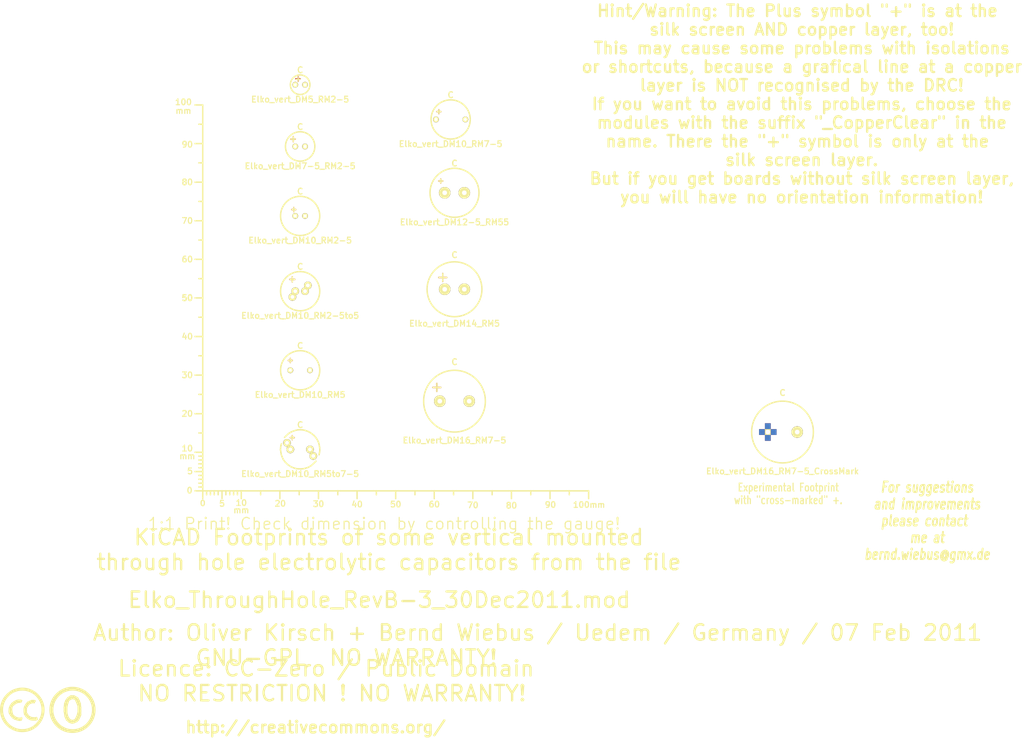
<source format=kicad_pcb>
(kicad_pcb (version 3) (host pcbnew "(2013-03-30 BZR 4007)-stable")

  (general
    (links 0)
    (no_connects 0)
    (area -15.40696 20.02382 281.793817 196.1694)
    (thickness 1.6002)
    (drawings 10)
    (tracks 0)
    (zones 0)
    (modules 14)
    (nets 1)
  )

  (page A4)
  (layers
    (15 Vorderseite signal)
    (0 Rückseite signal)
    (16 B.Adhes user)
    (17 F.Adhes user)
    (18 B.Paste user)
    (19 F.Paste user)
    (20 B.SilkS user)
    (21 F.SilkS user)
    (22 B.Mask user)
    (23 F.Mask user)
    (24 Dwgs.User user)
    (25 Cmts.User user)
    (26 Eco1.User user)
    (27 Eco2.User user)
    (28 Edge.Cuts user)
  )

  (setup
    (last_trace_width 0.2032)
    (trace_clearance 0.254)
    (zone_clearance 0.508)
    (zone_45_only no)
    (trace_min 0.2032)
    (segment_width 0.381)
    (edge_width 0.381)
    (via_size 0.889)
    (via_drill 0.635)
    (via_min_size 0.889)
    (via_min_drill 0.508)
    (uvia_size 0.508)
    (uvia_drill 0.127)
    (uvias_allowed no)
    (uvia_min_size 0.508)
    (uvia_min_drill 0.127)
    (pcb_text_width 0.3048)
    (pcb_text_size 1.524 2.032)
    (mod_edge_width 0.381)
    (mod_text_size 1.524 1.524)
    (mod_text_width 0.3048)
    (pad_size 1.524 1.524)
    (pad_drill 0.8128)
    (pad_to_mask_clearance 0.254)
    (aux_axis_origin 0 0)
    (visible_elements 7FFFFFFF)
    (pcbplotparams
      (layerselection 3178497)
      (usegerberextensions false)
      (excludeedgelayer true)
      (linewidth 60)
      (plotframeref false)
      (viasonmask false)
      (mode 1)
      (useauxorigin false)
      (hpglpennumber 1)
      (hpglpenspeed 20)
      (hpglpendiameter 15)
      (hpglpenoverlay 0)
      (psnegative false)
      (psa4output false)
      (plotreference true)
      (plotvalue true)
      (plotothertext true)
      (plotinvisibletext false)
      (padsonsilk false)
      (subtractmaskfromsilk false)
      (outputformat 2)
      (mirror false)
      (drillshape 0)
      (scaleselection 1)
      (outputdirectory ""))
  )

  (net 0 "")

  (net_class Default "Dies ist die voreingestellte Netzklasse."
    (clearance 0.254)
    (trace_width 0.2032)
    (via_dia 0.889)
    (via_drill 0.635)
    (uvia_dia 0.508)
    (uvia_drill 0.127)
    (add_net "")
  )

  (module Gauge_100mm_Type2_SilkScreenTop_RevA_Date22Jun2010 (layer Vorderseite) (tedit 4D963937) (tstamp 4D88F07A)
    (at 69.2517 130.24966)
    (descr "Gauge, Massstab, 100mm, SilkScreenTop, Type 2,")
    (tags "Gauge, Massstab, 100mm, SilkScreenTop, Type 2,")
    (path Gauge_100mm_Type2_SilkScreenTop_RevA_Date22Jun2010)
    (fp_text reference MSC (at 4.0005 8.99922) (layer F.SilkS) hide
      (effects (font (size 1.524 1.524) (thickness 0.3048)))
    )
    (fp_text value Gauge_100mm_Type2_SilkScreenTop_RevA_Date22Jun2010 (at 45.9994 8.99922) (layer F.SilkS) hide
      (effects (font (size 1.524 1.524) (thickness 0.3048)))
    )
    (fp_text user mm (at 9.99998 5.00126) (layer F.SilkS)
      (effects (font (size 1.524 1.524) (thickness 0.3048)))
    )
    (fp_text user mm (at -4.0005 -8.99922) (layer F.SilkS)
      (effects (font (size 1.524 1.524) (thickness 0.3048)))
    )
    (fp_text user mm (at -5.00126 -98.5012) (layer F.SilkS)
      (effects (font (size 1.524 1.524) (thickness 0.3048)))
    )
    (fp_text user 10 (at 10.00506 3.0988) (layer F.SilkS)
      (effects (font (size 1.50114 1.50114) (thickness 0.29972)))
    )
    (fp_text user 0 (at 0.00508 3.19786) (layer F.SilkS)
      (effects (font (size 1.39954 1.50114) (thickness 0.29972)))
    )
    (fp_text user 5 (at 5.0038 3.29946) (layer F.SilkS)
      (effects (font (size 1.50114 1.50114) (thickness 0.29972)))
    )
    (fp_text user 20 (at 20.1041 3.29946) (layer F.SilkS)
      (effects (font (size 1.50114 1.50114) (thickness 0.29972)))
    )
    (fp_text user 30 (at 30.00502 3.39852) (layer F.SilkS)
      (effects (font (size 1.50114 1.50114) (thickness 0.29972)))
    )
    (fp_text user 40 (at 40.005 3.50012) (layer F.SilkS)
      (effects (font (size 1.50114 1.50114) (thickness 0.29972)))
    )
    (fp_text user 50 (at 50.00498 3.50012) (layer F.SilkS)
      (effects (font (size 1.50114 1.50114) (thickness 0.29972)))
    )
    (fp_text user 60 (at 60.00496 3.50012) (layer F.SilkS)
      (effects (font (size 1.50114 1.50114) (thickness 0.29972)))
    )
    (fp_text user 70 (at 70.00494 3.70078) (layer F.SilkS)
      (effects (font (size 1.50114 1.50114) (thickness 0.29972)))
    )
    (fp_text user 80 (at 80.00492 3.79984) (layer F.SilkS)
      (effects (font (size 1.50114 1.50114) (thickness 0.29972)))
    )
    (fp_text user 90 (at 90.1065 3.60172) (layer F.SilkS)
      (effects (font (size 1.50114 1.50114) (thickness 0.29972)))
    )
    (fp_text user 100mm (at 100.10648 3.60172) (layer F.SilkS)
      (effects (font (size 1.50114 1.50114) (thickness 0.29972)))
    )
    (fp_line (start 0 -8.99922) (end -1.00076 -8.99922) (layer F.SilkS) (width 0.381))
    (fp_line (start 0 -8.001) (end -1.00076 -8.001) (layer F.SilkS) (width 0.381))
    (fp_line (start 0 -7.00024) (end -1.00076 -7.00024) (layer F.SilkS) (width 0.381))
    (fp_line (start 0 -5.99948) (end -1.00076 -5.99948) (layer F.SilkS) (width 0.381))
    (fp_line (start 0 -4.0005) (end -1.00076 -4.0005) (layer F.SilkS) (width 0.381))
    (fp_line (start 0 -2.99974) (end -1.00076 -2.99974) (layer F.SilkS) (width 0.381))
    (fp_line (start 0 -1.99898) (end -1.00076 -1.99898) (layer F.SilkS) (width 0.381))
    (fp_line (start 0 -1.00076) (end -1.00076 -1.00076) (layer F.SilkS) (width 0.381))
    (fp_line (start 0 0) (end -1.99898 0) (layer F.SilkS) (width 0.381))
    (fp_line (start 0 -5.00126) (end -1.99898 -5.00126) (layer F.SilkS) (width 0.381))
    (fp_line (start 0 -9.99998) (end -1.99898 -9.99998) (layer F.SilkS) (width 0.381))
    (fp_line (start 0 -15.00124) (end -1.00076 -15.00124) (layer F.SilkS) (width 0.381))
    (fp_line (start 0 -19.99996) (end -1.99898 -19.99996) (layer F.SilkS) (width 0.381))
    (fp_line (start 0 -25.00122) (end -1.00076 -25.00122) (layer F.SilkS) (width 0.381))
    (fp_line (start 0 -29.99994) (end -1.99898 -29.99994) (layer F.SilkS) (width 0.381))
    (fp_line (start 0 -35.0012) (end -1.00076 -35.0012) (layer F.SilkS) (width 0.381))
    (fp_line (start 0 -39.99992) (end -1.99898 -39.99992) (layer F.SilkS) (width 0.381))
    (fp_line (start 0 -45.00118) (end -1.00076 -45.00118) (layer F.SilkS) (width 0.381))
    (fp_line (start 0 -49.9999) (end -1.99898 -49.9999) (layer F.SilkS) (width 0.381))
    (fp_line (start 0 -55.00116) (end -1.00076 -55.00116) (layer F.SilkS) (width 0.381))
    (fp_line (start 0 -59.99988) (end -1.99898 -59.99988) (layer F.SilkS) (width 0.381))
    (fp_line (start 0 -65.00114) (end -1.00076 -65.00114) (layer F.SilkS) (width 0.381))
    (fp_line (start 0 -69.99986) (end -1.99898 -69.99986) (layer F.SilkS) (width 0.381))
    (fp_line (start 0 -75.00112) (end -1.00076 -75.00112) (layer F.SilkS) (width 0.381))
    (fp_line (start 0 -79.99984) (end -1.99898 -79.99984) (layer F.SilkS) (width 0.381))
    (fp_line (start 0 -85.0011) (end -1.00076 -85.0011) (layer F.SilkS) (width 0.381))
    (fp_line (start 0 -89.99982) (end -1.99898 -89.99982) (layer F.SilkS) (width 0.381))
    (fp_line (start 0 -95.00108) (end -1.00076 -95.00108) (layer F.SilkS) (width 0.381))
    (fp_line (start 0 0) (end 0 -99.9998) (layer F.SilkS) (width 0.381))
    (fp_line (start 0 -99.9998) (end -1.99898 -99.9998) (layer F.SilkS) (width 0.381))
    (fp_text user 100 (at -4.99872 -100.7491) (layer F.SilkS)
      (effects (font (size 1.50114 1.50114) (thickness 0.29972)))
    )
    (fp_text user 90 (at -4.0005 -89.7509) (layer F.SilkS)
      (effects (font (size 1.50114 1.50114) (thickness 0.29972)))
    )
    (fp_text user 80 (at -4.0005 -79.99984) (layer F.SilkS)
      (effects (font (size 1.50114 1.50114) (thickness 0.29972)))
    )
    (fp_text user 70 (at -4.0005 -69.99986) (layer F.SilkS)
      (effects (font (size 1.50114 1.50114) (thickness 0.29972)))
    )
    (fp_text user 60 (at -4.0005 -59.99988) (layer F.SilkS)
      (effects (font (size 1.50114 1.50114) (thickness 0.29972)))
    )
    (fp_text user 50 (at -4.0005 -49.9999) (layer F.SilkS)
      (effects (font (size 1.50114 1.50114) (thickness 0.34036)))
    )
    (fp_text user 40 (at -4.0005 -39.99992) (layer F.SilkS)
      (effects (font (size 1.50114 1.50114) (thickness 0.29972)))
    )
    (fp_text user 30 (at -4.0005 -29.99994) (layer F.SilkS)
      (effects (font (size 1.50114 1.50114) (thickness 0.29972)))
    )
    (fp_text user 20 (at -4.0005 -19.99996) (layer F.SilkS)
      (effects (font (size 1.50114 1.50114) (thickness 0.29972)))
    )
    (fp_line (start 95.00108 0) (end 95.00108 1.00076) (layer F.SilkS) (width 0.381))
    (fp_line (start 89.99982 0) (end 89.99982 1.99898) (layer F.SilkS) (width 0.381))
    (fp_line (start 85.0011 0) (end 85.0011 1.00076) (layer F.SilkS) (width 0.381))
    (fp_line (start 79.99984 0) (end 79.99984 1.99898) (layer F.SilkS) (width 0.381))
    (fp_line (start 75.00112 0) (end 75.00112 1.00076) (layer F.SilkS) (width 0.381))
    (fp_line (start 69.99986 0) (end 69.99986 1.99898) (layer F.SilkS) (width 0.381))
    (fp_line (start 65.00114 0) (end 65.00114 1.00076) (layer F.SilkS) (width 0.381))
    (fp_line (start 59.99988 0) (end 59.99988 1.99898) (layer F.SilkS) (width 0.381))
    (fp_line (start 55.00116 0) (end 55.00116 1.00076) (layer F.SilkS) (width 0.381))
    (fp_line (start 49.9999 0) (end 49.9999 1.99898) (layer F.SilkS) (width 0.381))
    (fp_line (start 45.00118 0) (end 45.00118 1.00076) (layer F.SilkS) (width 0.381))
    (fp_line (start 39.99992 0) (end 39.99992 1.99898) (layer F.SilkS) (width 0.381))
    (fp_line (start 35.0012 0) (end 35.0012 1.00076) (layer F.SilkS) (width 0.381))
    (fp_line (start 29.99994 0) (end 29.99994 1.99898) (layer F.SilkS) (width 0.381))
    (fp_line (start 25.00122 0) (end 25.00122 1.00076) (layer F.SilkS) (width 0.381))
    (fp_line (start 19.99996 0) (end 19.99996 1.99898) (layer F.SilkS) (width 0.381))
    (fp_line (start 15.00124 0) (end 15.00124 1.00076) (layer F.SilkS) (width 0.381))
    (fp_line (start 9.99998 0) (end 99.9998 0) (layer F.SilkS) (width 0.381))
    (fp_line (start 99.9998 0) (end 99.9998 1.99898) (layer F.SilkS) (width 0.381))
    (fp_text user 5 (at -3.302 -5.10286) (layer F.SilkS)
      (effects (font (size 1.50114 1.50114) (thickness 0.29972)))
    )
    (fp_text user 0 (at -3.4036 -0.10414) (layer F.SilkS)
      (effects (font (size 1.50114 1.50114) (thickness 0.29972)))
    )
    (fp_text user 10 (at -4.0005 -11.00074) (layer F.SilkS)
      (effects (font (size 1.50114 1.50114) (thickness 0.29972)))
    )
    (fp_line (start 8.99922 0) (end 8.99922 1.00076) (layer F.SilkS) (width 0.381))
    (fp_line (start 8.001 0) (end 8.001 1.00076) (layer F.SilkS) (width 0.381))
    (fp_line (start 7.00024 0) (end 7.00024 1.00076) (layer F.SilkS) (width 0.381))
    (fp_line (start 5.99948 0) (end 5.99948 1.00076) (layer F.SilkS) (width 0.381))
    (fp_line (start 4.0005 0) (end 4.0005 1.00076) (layer F.SilkS) (width 0.381))
    (fp_line (start 2.99974 0) (end 2.99974 1.00076) (layer F.SilkS) (width 0.381))
    (fp_line (start 1.99898 0) (end 1.99898 1.00076) (layer F.SilkS) (width 0.381))
    (fp_line (start 1.00076 0) (end 1.00076 1.00076) (layer F.SilkS) (width 0.381))
    (fp_line (start 5.00126 0) (end 5.00126 1.99898) (layer F.SilkS) (width 0.381))
    (fp_line (start 0 0) (end 0 1.99898) (layer F.SilkS) (width 0.381))
    (fp_line (start 0 0) (end 9.99998 0) (layer F.SilkS) (width 0.381))
    (fp_line (start 9.99998 0) (end 9.99998 1.99898) (layer F.SilkS) (width 0.381))
  )

  (module Elko_vert_DM5_RM2-5 (layer Vorderseite) (tedit 4EFCEB26) (tstamp 4EFCD96D)
    (at 94.4993 25.00222)
    (descr "Electrolytic Capacitor, vertical, diameter 5mm, RM 2,5mm")
    (tags "Electrolytic Capacitor, vertical, diameter 5mm, RM 2,5mm, Elko, Electrolytkondensator, Kondensator gepolt, Durchmesser 5mm")
    (path Elko_vert_DM5_RM2-5)
    (fp_text reference C (at 0 -3.81) (layer F.SilkS)
      (effects (font (size 1.524 1.524) (thickness 0.3048)))
    )
    (fp_text value Elko_vert_DM5_RM2-5 (at 0 3.81) (layer F.SilkS)
      (effects (font (size 1.524 1.524) (thickness 0.3048)))
    )
    (fp_line (start -0.508 -2.032) (end -0.508 -0.889) (layer Vorderseite) (width 0.381))
    (fp_line (start -1.143 -1.524) (end 0 -1.524) (layer Vorderseite) (width 0.381))
    (fp_text user + (at -0.508 -1.524) (layer F.SilkS)
      (effects (font (size 1.524 1.524) (thickness 0.3048)))
    )
    (fp_circle (center 0 0) (end 2.54 0) (layer F.SilkS) (width 0.381))
    (pad 2 thru_hole circle (at 1.27 0) (size 1.50114 1.50114) (drill 0.8001)
      (layers *.Cu *.Mask F.SilkS)
    )
    (pad 1 thru_hole circle (at -1.27 0) (size 1.50114 1.50114) (drill 0.8001)
      (layers *.Cu *.Mask F.SilkS)
    )
  )

  (module Elko_vert_DM7-5_RM2-5 (layer Vorderseite) (tedit 4EFCEB2E) (tstamp 4EFCD978)
    (at 94.4993 41.00168)
    (descr "Electrolytic Capacitor, vertical, diameter 7,5mm, RM 2,5mm")
    (tags "Electrolytic Capacitor, vertical, diameter 7,5mm, RM 2,5mm, Elko, Electrolytkondensator, Kondensator gepolt, Durchmesser 7,5mm")
    (path Elko_vert_DM7-5_RM2-5)
    (fp_text reference C (at 0 -5.08) (layer F.SilkS)
      (effects (font (size 1.524 1.524) (thickness 0.3048)))
    )
    (fp_text value Elko_vert_DM7-5_RM2-5 (at 0 5.08) (layer F.SilkS)
      (effects (font (size 1.524 1.524) (thickness 0.3048)))
    )
    (fp_line (start -1.778 -2.54) (end -1.778 -1.27) (layer F.SilkS) (width 0.381))
    (fp_line (start -2.413 -1.905) (end -1.27 -1.905) (layer F.SilkS) (width 0.381))
    (fp_line (start -1.778 -2.54) (end -1.778 -1.27) (layer Vorderseite) (width 0.381))
    (fp_line (start -2.413 -1.905) (end -1.27 -1.905) (layer Vorderseite) (width 0.381))
    (fp_circle (center 0 0) (end 3.81 0) (layer F.SilkS) (width 0.381))
    (pad 2 thru_hole circle (at 1.27 0) (size 1.50114 1.50114) (drill 0.8001)
      (layers *.Cu *.Mask F.SilkS)
    )
    (pad 1 thru_hole circle (at -1.27 0) (size 1.50114 1.50114) (drill 0.8001)
      (layers *.Cu *.Mask F.SilkS)
    )
  )

  (module Elko_vert_DM10_RM2-5 (layer Vorderseite) (tedit 4EFCEB37) (tstamp 4EFCD97F)
    (at 94.4993 59.00012)
    (descr "Electrolytic Capacitor, vertical, diameter 10mm, RM 2,5mm")
    (tags "Electrolytic Capacitor, vertical, diameter 10mm, RM 2,5mm, Elko, Electrolytkondensator, Kondensator gepolt, Durchmesser 10mm")
    (path Elko_vert_DM10_RM2-5)
    (fp_text reference C (at 0 -6.35) (layer F.SilkS)
      (effects (font (size 1.524 1.524) (thickness 0.3048)))
    )
    (fp_text value Elko_vert_DM10_RM2-5 (at 0 6.35) (layer F.SilkS)
      (effects (font (size 1.524 1.524) (thickness 0.3048)))
    )
    (fp_line (start -1.651 -2.159) (end -1.651 -1.143) (layer F.SilkS) (width 0.381))
    (fp_line (start -2.159 -1.651) (end -1.143 -1.651) (layer F.SilkS) (width 0.381))
    (fp_line (start -1.651 -2.159) (end -1.651 -1.143) (layer Vorderseite) (width 0.381))
    (fp_line (start -2.159 -1.651) (end -1.143 -1.651) (layer Vorderseite) (width 0.381))
    (fp_circle (center 0 0) (end 5.08 0) (layer F.SilkS) (width 0.381))
    (pad 2 thru_hole circle (at 1.27 0) (size 1.50114 1.50114) (drill 0.8001)
      (layers *.Cu *.Mask F.SilkS)
    )
    (pad 1 thru_hole circle (at -1.27 0) (size 1.50114 1.50114) (drill 0.8001)
      (layers *.Cu *.Mask F.SilkS)
    )
  )

  (module Elko_vert_DM10_RM5 (layer Vorderseite) (tedit 4EFCEB4C) (tstamp 4EFCD99A)
    (at 94.4993 99.00004)
    (descr "Electrolytic Capacitor, vertical, diameter 10mm, RM 5mm")
    (tags "Electrolytic Capacitor, vertical, diameter 10mm, RM 5mm, Elko, Electrolytkondensator, Kondensator gepolt, Durchmesser 10mm")
    (path Elko_vert_DM10_RM5)
    (fp_text reference C (at 0 -6.35) (layer F.SilkS)
      (effects (font (size 1.524 1.524) (thickness 0.3048)))
    )
    (fp_text value Elko_vert_DM10_RM5 (at 0 6.35) (layer F.SilkS)
      (effects (font (size 1.524 1.524) (thickness 0.3048)))
    )
    (fp_line (start -2.54 -3.048) (end -2.54 -2.032) (layer F.SilkS) (width 0.381))
    (fp_line (start -3.048 -2.54) (end -2.032 -2.54) (layer F.SilkS) (width 0.381))
    (fp_line (start -3.048 -2.54) (end -2.032 -2.54) (layer Vorderseite) (width 0.381))
    (fp_line (start -2.54 -3.048) (end -2.54 -2.032) (layer Vorderseite) (width 0.381))
    (fp_circle (center 0 0) (end 5.08 0) (layer F.SilkS) (width 0.381))
    (pad 2 thru_hole circle (at 2.54 0) (size 1.50114 1.50114) (drill 0.8001)
      (layers *.Cu *.Mask F.SilkS)
    )
    (pad 1 thru_hole circle (at -2.54 0) (size 1.50114 1.50114) (drill 0.8001)
      (layers *.Cu *.Mask F.SilkS)
    )
  )

  (module Elko_vert_DM10_RM7-5 (layer Vorderseite) (tedit 4EFCEB5E) (tstamp 4EFCD9C4)
    (at 133.49846 34.00398)
    (descr "Electrolytic Capacitor, vertical, diameter 10mm, RM 7,5mm")
    (tags "Electrolytic Capacitor, vertical, diameter 10mm, RM 7,5mm, Elko, Electrolytkondensator, Kondensator gepolt, Durchmesser 10mm")
    (path Elko_vert_DM10_RM7-5)
    (fp_text reference C (at 0 -6.35) (layer F.SilkS)
      (effects (font (size 1.524 1.524) (thickness 0.3048)))
    )
    (fp_text value Elko_vert_DM10_RM7-5 (at 0 6.35) (layer F.SilkS)
      (effects (font (size 1.524 1.524) (thickness 0.3048)))
    )
    (fp_line (start -3.048 -2.54) (end -3.048 -1.524) (layer F.SilkS) (width 0.381))
    (fp_line (start -3.556 -2.032) (end -2.54 -2.032) (layer F.SilkS) (width 0.381))
    (fp_line (start -3.048 -2.54) (end -3.048 -1.524) (layer Vorderseite) (width 0.381))
    (fp_line (start -3.556 -2.032) (end -2.54 -2.032) (layer Vorderseite) (width 0.381))
    (fp_circle (center 0 0) (end 5.08 0) (layer F.SilkS) (width 0.381))
    (pad 2 thru_hole circle (at 3.81 0) (size 1.50114 1.50114) (drill 0.8001)
      (layers *.Cu *.Mask F.SilkS)
    )
    (pad 1 thru_hole circle (at -3.81 0) (size 1.50114 1.50114) (drill 0.8001)
      (layers *.Cu *.Mask F.SilkS)
    )
  )

  (module Elko_vert_DM12-5_RM5 (layer Vorderseite) (tedit 4EFCEB67) (tstamp 4EFCD9D3)
    (at 134.49922 53.00318)
    (descr "Electrolytic Capacitor, vertical, diameter 12,5mm, RM 5mm")
    (tags "Electrolytic Capacitor, vertical, diameter 12,5mm, RM 5mm, Elko, Electrolytkondensator, Kondensator gepolt, Durchmesser 12,5mm")
    (path Elko_vert_DM12-5_RM5)
    (fp_text reference C (at 0 -7.62) (layer F.SilkS)
      (effects (font (size 1.524 1.524) (thickness 0.3048)))
    )
    (fp_text value Elko_vert_DM12-5_RM55 (at 0 7.62) (layer F.SilkS)
      (effects (font (size 1.524 1.524) (thickness 0.3048)))
    )
    (fp_line (start -3.556 -3.556) (end -3.556 -2.54) (layer F.SilkS) (width 0.381))
    (fp_line (start -4.064 -3.048) (end -3.048 -3.048) (layer F.SilkS) (width 0.381))
    (fp_line (start -3.556 -3.556) (end -3.556 -2.54) (layer Vorderseite) (width 0.381))
    (fp_line (start -4.064 -3.048) (end -3.048 -3.048) (layer Vorderseite) (width 0.381))
    (fp_circle (center 0 0) (end 6.35 0) (layer F.SilkS) (width 0.381))
    (pad 2 thru_hole circle (at 2.54 0) (size 2.99974 2.99974) (drill 1.19888)
      (layers *.Cu *.Mask F.SilkS)
    )
    (pad 1 thru_hole circle (at -2.54 0) (size 2.99974 2.99974) (drill 1.19888)
      (layers *.Cu *.Mask F.SilkS)
    )
  )

  (module Elko_vert_DM14_RM5 (layer Vorderseite) (tedit 4EFCEB6F) (tstamp 4EFCD9E3)
    (at 134.49922 78.00186)
    (descr "Electrolytic Capacitor, vertical, diameter 14mm, RM 5mm")
    (tags "Electrolytic Capacitor, vertical, diameter 14mm, RM 5mm, Elko, Electrolytkondensator, Kondensator gepolt, Durchmesser 14mm")
    (path Elko_vert_DM14_RM5)
    (fp_text reference C (at 0 -8.89) (layer F.SilkS)
      (effects (font (size 1.524 1.524) (thickness 0.3048)))
    )
    (fp_text value Elko_vert_DM14_RM5 (at 0 8.89) (layer F.SilkS)
      (effects (font (size 1.524 1.524) (thickness 0.3048)))
    )
    (fp_line (start -4.064 -3.048) (end -2.032 -3.048) (layer F.SilkS) (width 0.381))
    (fp_line (start -3.048 -4.064) (end -3.048 -2.032) (layer F.SilkS) (width 0.381))
    (fp_line (start -3.048 -2.032) (end -3.048 -4.064) (layer Vorderseite) (width 0.381))
    (fp_line (start -4.064 -3.048) (end -2.032 -3.048) (layer Vorderseite) (width 0.381))
    (fp_circle (center 0 0) (end 7.112 0) (layer F.SilkS) (width 0.381))
    (pad 2 thru_hole circle (at 2.54 0) (size 2.99974 2.99974) (drill 1.19888)
      (layers *.Cu *.Mask F.SilkS)
    )
    (pad 1 thru_hole circle (at -2.54 0) (size 2.99974 2.99974) (drill 1.19888)
      (layers *.Cu *.Mask F.SilkS)
    )
  )

  (module Elko_vert_DM16_RM7-5 (layer Vorderseite) (tedit 4EFCEB7B) (tstamp 4EFCDA06)
    (at 134.49922 107.00358)
    (descr "Electrolytic Capacitor, vertical, diameter 16mm, RM 7,5mm")
    (tags "Electrolytic Capacitor, vertical, diameter 16mm, RM 7,5mm, Elko, Electrolytkondensator, Kondensator gepolt, Durchmesser 16mm")
    (path Elko_vert_DM16_RM7-5)
    (fp_text reference C (at 0 -10.16) (layer F.SilkS)
      (effects (font (size 1.524 1.524) (thickness 0.3048)))
    )
    (fp_text value Elko_vert_DM16_RM7-5 (at 0 10.16) (layer F.SilkS)
      (effects (font (size 1.524 1.524) (thickness 0.3048)))
    )
    (fp_line (start -5.588 -3.556) (end -3.556 -3.556) (layer F.SilkS) (width 0.381))
    (fp_line (start -4.572 -4.572) (end -4.572 -2.54) (layer F.SilkS) (width 0.381))
    (fp_line (start -4.572 -4.572) (end -4.572 -4.064) (layer Vorderseite) (width 0.381))
    (fp_line (start -4.572 -4.064) (end -4.572 -3.556) (layer Vorderseite) (width 0.381))
    (fp_line (start -4.572 -3.556) (end -4.572 -3.048) (layer Vorderseite) (width 0.381))
    (fp_line (start -4.572 -3.048) (end -4.572 -2.54) (layer Vorderseite) (width 0.381))
    (fp_line (start -5.588 -3.556) (end -3.556 -3.556) (layer Vorderseite) (width 0.381))
    (fp_circle (center 0 0) (end 8.001 0) (layer F.SilkS) (width 0.381))
    (pad 2 thru_hole circle (at 3.81 0) (size 2.99974 2.99974) (drill 1.19888)
      (layers *.Cu *.Mask F.SilkS)
    )
    (pad 1 thru_hole circle (at -3.81 0) (size 2.99974 2.99974) (drill 1.19888)
      (layers *.Cu *.Mask F.SilkS)
    )
  )

  (module Elko_vert_DM10_RM2-5to5 (layer Vorderseite) (tedit 4F31A24B) (tstamp 4F31A1B2)
    (at 94.4993 78.4997)
    (descr "Electrolytic Capacitor, vertical, diameter 10mm, RM 2,5-5mm")
    (tags "Electrolytic Capacitor, vertical, diameter 10mm, RM 2,5-5mm, Elko, Electrolytkondensator, Kondensator gepolt, Durchmesser 10mm")
    (path Elko_vert_DM10_RM2-5to5)
    (fp_text reference C (at 0 -6.35) (layer F.SilkS)
      (effects (font (size 1.524 1.524) (thickness 0.3048)))
    )
    (fp_text value Elko_vert_DM10_RM2-5to5 (at 0 6.35) (layer F.SilkS)
      (effects (font (size 1.524 1.524) (thickness 0.3048)))
    )
    (fp_line (start -2.032 -3.683) (end -2.032 -2.413) (layer F.SilkS) (width 0.381))
    (fp_line (start -2.667 -3.048) (end -1.397 -3.048) (layer F.SilkS) (width 0.381))
    (fp_line (start -2.032 -3.683) (end -2.032 -2.413) (layer Vorderseite) (width 0.381))
    (fp_line (start -2.667 -3.048) (end -1.397 -3.048) (layer Vorderseite) (width 0.381))
    (fp_circle (center 0 0) (end 5.08 0) (layer F.SilkS) (width 0.381))
    (pad 1 thru_hole circle (at -1.27 0) (size 1.99898 1.99898) (drill 1.00076)
      (layers *.Cu *.Mask F.SilkS)
    )
    (pad 1 thru_hole circle (at -1.99898 1.50114) (size 1.99898 1.99898) (drill 1.00076)
      (layers *.Cu *.Mask F.SilkS)
    )
    (pad 2 thru_hole circle (at 1.27 0) (size 1.99898 1.99898) (drill 1.00076)
      (layers *.Cu *.Mask F.SilkS)
    )
    (pad 2 thru_hole circle (at 1.99898 -1.50114) (size 1.99898 1.99898) (drill 1.00076)
      (layers *.Cu *.Mask F.SilkS)
    )
  )

  (module Elko_vert_DM10_RM5to7-5 (layer Vorderseite) (tedit 4F31A23B) (tstamp 4F31A1E9)
    (at 94.4993 119.50038)
    (descr "Electrolytic Capacitor, vertical, diameter 10mm, RM 5-7,5mm")
    (tags "Electrolytic Capacitor, vertical, diameter 10mm, RM 5-7,5mm, Elko, Electrolytkondensator, Kondensator gepolt, Durchmesser 10mm")
    (path Elko_vert_DM10_RM5to7-5)
    (fp_text reference C (at 0 -6.35) (layer F.SilkS)
      (effects (font (size 1.524 1.524) (thickness 0.3048)))
    )
    (fp_text value Elko_vert_DM10_RM5to7-5 (at 0 6.35) (layer F.SilkS)
      (effects (font (size 1.524 1.524) (thickness 0.3048)))
    )
    (fp_line (start -4.84886 -1.45034) (end -4.95046 -1.09982) (layer F.SilkS) (width 0.381))
    (fp_line (start -4.95046 -1.09982) (end -5.04952 -0.59944) (layer F.SilkS) (width 0.381))
    (fp_line (start -5.04952 -0.59944) (end -5.10032 0.09906) (layer F.SilkS) (width 0.381))
    (fp_line (start -5.10032 0.09906) (end -5.00126 0.70104) (layer F.SilkS) (width 0.381))
    (fp_line (start -5.00126 0.70104) (end -4.89966 1.30048) (layer F.SilkS) (width 0.381))
    (fp_line (start -4.89966 1.30048) (end -4.65074 1.99898) (layer F.SilkS) (width 0.381))
    (fp_line (start -4.65074 1.99898) (end -4.35102 2.64922) (layer F.SilkS) (width 0.381))
    (fp_line (start -4.35102 2.64922) (end -3.8989 3.2512) (layer F.SilkS) (width 0.381))
    (fp_line (start -3.8989 3.2512) (end -3.2004 3.9497) (layer F.SilkS) (width 0.381))
    (fp_line (start -3.2004 3.9497) (end -2.30124 4.54914) (layer F.SilkS) (width 0.381))
    (fp_line (start -2.30124 4.54914) (end -1.19888 4.95046) (layer F.SilkS) (width 0.381))
    (fp_line (start -1.19888 4.95046) (end -0.44958 5.04952) (layer F.SilkS) (width 0.381))
    (fp_line (start -0.44958 5.04952) (end 0.44958 5.04952) (layer F.SilkS) (width 0.381))
    (fp_line (start 0.44958 5.04952) (end 1.15062 4.95046) (layer F.SilkS) (width 0.381))
    (fp_line (start 1.15062 4.95046) (end 2.10058 4.65074) (layer F.SilkS) (width 0.381))
    (fp_line (start 2.10058 4.65074) (end 2.79908 4.24942) (layer F.SilkS) (width 0.381))
    (fp_line (start 2.79908 4.24942) (end 3.50012 3.64998) (layer F.SilkS) (width 0.381))
    (fp_line (start 3.50012 3.64998) (end 4.09956 3.05054) (layer F.SilkS) (width 0.381))
    (fp_line (start 4.95046 -1.15062) (end 4.7498 -1.84912) (layer F.SilkS) (width 0.381))
    (fp_line (start 4.7498 -1.84912) (end 4.45008 -2.49936) (layer F.SilkS) (width 0.381))
    (fp_line (start 4.45008 -2.49936) (end 4.0005 -3.1496) (layer F.SilkS) (width 0.381))
    (fp_line (start 4.0005 -3.1496) (end 3.59918 -3.59918) (layer F.SilkS) (width 0.381))
    (fp_line (start 3.59918 -3.59918) (end 3.05054 -4.04876) (layer F.SilkS) (width 0.381))
    (fp_line (start 3.05054 -4.04876) (end 2.60096 -4.35102) (layer F.SilkS) (width 0.381))
    (fp_line (start 2.60096 -4.35102) (end 1.95072 -4.699) (layer F.SilkS) (width 0.381))
    (fp_line (start 1.95072 -4.699) (end 1.34874 -4.89966) (layer F.SilkS) (width 0.381))
    (fp_line (start 1.34874 -4.89966) (end 0.70104 -5.04952) (layer F.SilkS) (width 0.381))
    (fp_line (start 0.70104 -5.04952) (end -0.0508 -5.10032) (layer F.SilkS) (width 0.381))
    (fp_line (start -0.0508 -5.10032) (end -0.70104 -5.04952) (layer F.SilkS) (width 0.381))
    (fp_line (start -0.70104 -5.04952) (end -1.50114 -4.84886) (layer F.SilkS) (width 0.381))
    (fp_line (start -1.50114 -4.84886) (end -2.3495 -4.50088) (layer F.SilkS) (width 0.381))
    (fp_line (start -2.3495 -4.50088) (end -2.99974 -4.09956) (layer F.SilkS) (width 0.381))
    (fp_line (start -2.99974 -4.09956) (end -3.59918 -3.55092) (layer F.SilkS) (width 0.381))
    (fp_line (start -3.59918 -3.55092) (end -4.04876 -3.0988) (layer F.SilkS) (width 0.381))
    (fp_line (start 4.89966 1.39954) (end 5.00126 0.94996) (layer F.SilkS) (width 0.381))
    (fp_line (start 5.00126 0.94996) (end 5.10032 0.24892) (layer F.SilkS) (width 0.381))
    (fp_line (start 5.10032 0.24892) (end 5.04952 -0.50038) (layer F.SilkS) (width 0.381))
    (fp_line (start 5.04952 -0.50038) (end 4.95046 -1.15062) (layer F.SilkS) (width 0.381))
    (fp_line (start -2.032 -3.556) (end -2.032 -2.54) (layer F.SilkS) (width 0.381))
    (fp_line (start -2.54 -3.048) (end -1.524 -3.048) (layer F.SilkS) (width 0.381))
    (fp_line (start -2.032 -3.556) (end -2.032 -2.54) (layer Vorderseite) (width 0.381))
    (fp_line (start -2.54 -3.048) (end -1.524 -3.048) (layer Vorderseite) (width 0.381))
    (pad 2 thru_hole circle (at 3.40106 1.69926) (size 1.99898 1.99898) (drill 1.00076)
      (layers *.Cu *.Mask F.SilkS)
    )
    (pad 1 thru_hole circle (at -3.40106 -1.69926) (size 1.99898 1.99898) (drill 1.00076)
      (layers *.Cu *.Mask F.SilkS)
    )
    (pad 2 thru_hole circle (at 2.54 0) (size 1.99898 1.99898) (drill 1.00076)
      (layers *.Cu *.Mask F.SilkS)
    )
    (pad 1 thru_hole circle (at -2.54 0) (size 1.99898 1.99898) (drill 1.00076)
      (layers *.Cu *.Mask F.SilkS)
    )
  )

  (module Elko_vert_DM16_RM7-5_CrossMark (layer Vorderseite) (tedit 4F31A890) (tstamp 4F31A86C)
    (at 219.49918 115.00104)
    (descr "Electrolytic Capacitor, vertical, diameter 16mm, RM 7,5mm")
    (tags "Electrolytic Capacitor, vertical, diameter 16mm, RM 7,5mm, Elko, Electrolytkondensator, Kondensator gepolt, Durchmesser 16mm")
    (path Elko_vert_DM16_RM7-5)
    (fp_text reference C (at 0 -10.16) (layer F.SilkS)
      (effects (font (size 1.524 1.524) (thickness 0.3048)))
    )
    (fp_text value Elko_vert_DM16_RM7-5_CrossMark (at 0 10.16) (layer F.SilkS)
      (effects (font (size 1.524 1.524) (thickness 0.3048)))
    )
    (fp_circle (center 0 0) (end 8.001 0) (layer F.SilkS) (width 0.381))
    (pad 2 thru_hole circle (at 3.81 0) (size 2.99974 2.99974) (drill 1.19888)
      (layers *.Cu *.Mask F.SilkS)
    )
    (pad 1 thru_hole rect (at -3.81 0) (size 1.50114 1.50114) (drill 1.19888)
      (layers *.Cu *.Mask F.SilkS)
    )
    (pad ~ smd rect (at -3.81 -1.524) (size 1.50114 1.50114)
      (layers *.Cu F.Paste F.Mask)
    )
    (pad ~ smd rect (at -3.81 1.524) (size 1.50114 1.50114)
      (layers *.Cu F.Paste F.Mask)
    )
    (pad ~ smd rect (at -2.286 0) (size 1.50114 1.50114)
      (layers *.Cu F.Paste F.Mask)
    )
    (pad ~ smd rect (at -5.334 0) (size 1.50114 1.50114)
      (layers *.Cu F.Paste F.Mask)
    )
  )

  (module Symbol_CC-PublicDomain_SilkScreenTop_Big (layer Vorderseite) (tedit 515D641F) (tstamp 515F0B64)
    (at 35.5 187)
    (descr "Symbol, CC-PublicDomain, SilkScreen Top, Big,")
    (tags "Symbol, CC-PublicDomain, SilkScreen Top, Big,")
    (path Symbol_CC-Noncommercial_CopperTop_Big)
    (fp_text reference Sym (at 0.59944 -7.29996) (layer F.SilkS) hide
      (effects (font (size 1.524 1.524) (thickness 0.3048)))
    )
    (fp_text value Symbol_CC-PublicDomain_SilkScreenTop_Big (at 0.59944 8.001) (layer F.SilkS) hide
      (effects (font (size 1.524 1.524) (thickness 0.3048)))
    )
    (fp_circle (center 0 0) (end 5.8 -0.05) (layer F.SilkS) (width 0.381))
    (fp_circle (center 0 0) (end 5.5 0) (layer F.SilkS) (width 0.381))
    (fp_circle (center 0.05 0) (end 5.25 0) (layer F.SilkS) (width 0.381))
    (fp_line (start 1.1 -2.5) (end 1.4 -1.9) (layer F.SilkS) (width 0.381))
    (fp_line (start -1.8 1.2) (end -1.6 1.9) (layer F.SilkS) (width 0.381))
    (fp_line (start -1.6 1.9) (end -1.2 2.5) (layer F.SilkS) (width 0.381))
    (fp_line (start 0 -3) (end 0.75 -2.75) (layer F.SilkS) (width 0.381))
    (fp_line (start 0.75 -2.75) (end 1 -2.25) (layer F.SilkS) (width 0.381))
    (fp_line (start 1 -2.25) (end 1.5 -1) (layer F.SilkS) (width 0.381))
    (fp_line (start 1.5 -1) (end 1.5 -0.5) (layer F.SilkS) (width 0.381))
    (fp_line (start 1.5 -0.5) (end 1.5 0.5) (layer F.SilkS) (width 0.381))
    (fp_line (start 1.5 0.5) (end 1.25 1.5) (layer F.SilkS) (width 0.381))
    (fp_line (start 1.25 1.5) (end 0.75 2.5) (layer F.SilkS) (width 0.381))
    (fp_line (start 0.75 2.5) (end 0.25 2.75) (layer F.SilkS) (width 0.381))
    (fp_line (start 0.25 2.75) (end -0.25 2.75) (layer F.SilkS) (width 0.381))
    (fp_line (start -0.25 2.75) (end -0.75 2.5) (layer F.SilkS) (width 0.381))
    (fp_line (start -0.75 2.5) (end -1.25 1.75) (layer F.SilkS) (width 0.381))
    (fp_line (start -1.25 1.75) (end -1.5 0.75) (layer F.SilkS) (width 0.381))
    (fp_line (start -1.5 0.75) (end -1.5 -0.75) (layer F.SilkS) (width 0.381))
    (fp_line (start -1.5 -0.75) (end -1.25 -1.75) (layer F.SilkS) (width 0.381))
    (fp_line (start -1.25 -1.75) (end -1 -2.5) (layer F.SilkS) (width 0.381))
    (fp_line (start -1 -2.5) (end -0.3 -2.9) (layer F.SilkS) (width 0.381))
    (fp_line (start -0.3 -2.9) (end 0.2 -3) (layer F.SilkS) (width 0.381))
    (fp_line (start 0.2 -3) (end 0.8 -3) (layer F.SilkS) (width 0.381))
    (fp_line (start 0.8 -3) (end 1.4 -2.3) (layer F.SilkS) (width 0.381))
    (fp_line (start 1.4 -2.3) (end 1.6 -1.4) (layer F.SilkS) (width 0.381))
    (fp_line (start 1.6 -1.4) (end 1.7 -0.3) (layer F.SilkS) (width 0.381))
    (fp_line (start 1.7 -0.3) (end 1.7 0.9) (layer F.SilkS) (width 0.381))
    (fp_line (start 1.7 0.9) (end 1.4 1.8) (layer F.SilkS) (width 0.381))
    (fp_line (start 1.4 1.8) (end 1 2.7) (layer F.SilkS) (width 0.381))
    (fp_line (start 1 2.7) (end 0.5 3) (layer F.SilkS) (width 0.381))
    (fp_line (start 0.5 3) (end -0.4 3) (layer F.SilkS) (width 0.381))
    (fp_line (start -0.4 3) (end -1.3 2.3) (layer F.SilkS) (width 0.381))
    (fp_line (start -1.3 2.3) (end -1.7 1) (layer F.SilkS) (width 0.381))
    (fp_line (start -1.7 1) (end -1.8 -0.7) (layer F.SilkS) (width 0.381))
    (fp_line (start -1.8 -0.7) (end -1.4 -2.2) (layer F.SilkS) (width 0.381))
    (fp_line (start -1.4 -2.2) (end -1 -2.9) (layer F.SilkS) (width 0.381))
    (fp_line (start -1 -2.9) (end -0.2 -3.3) (layer F.SilkS) (width 0.381))
    (fp_line (start -0.2 -3.3) (end 0.7 -3.2) (layer F.SilkS) (width 0.381))
    (fp_line (start 0.7 -3.2) (end 1.3 -3.1) (layer F.SilkS) (width 0.381))
    (fp_line (start 1.3 -3.1) (end 1.7 -2.4) (layer F.SilkS) (width 0.381))
    (fp_line (start 1.7 -2.4) (end 2 -1.6) (layer F.SilkS) (width 0.381))
    (fp_line (start 2 -1.6) (end 2.1 -0.6) (layer F.SilkS) (width 0.381))
    (fp_line (start 2.1 -0.6) (end 2.1 0.3) (layer F.SilkS) (width 0.381))
    (fp_line (start 2.1 0.3) (end 2.1 1.3) (layer F.SilkS) (width 0.381))
    (fp_line (start 2.1 1.3) (end 1.9 1.8) (layer F.SilkS) (width 0.381))
    (fp_line (start 1.9 1.8) (end 1.5 2.6) (layer F.SilkS) (width 0.381))
    (fp_line (start 1.5 2.6) (end 1.1 3) (layer F.SilkS) (width 0.381))
    (fp_line (start 1.1 3) (end 0.4 3.3) (layer F.SilkS) (width 0.381))
    (fp_line (start 0.4 3.3) (end -0.1 3.4) (layer F.SilkS) (width 0.381))
    (fp_line (start -0.1 3.4) (end -0.8 3.2) (layer F.SilkS) (width 0.381))
    (fp_line (start -0.8 3.2) (end -1.5 2.6) (layer F.SilkS) (width 0.381))
    (fp_line (start -1.5 2.6) (end -1.9 1.7) (layer F.SilkS) (width 0.381))
    (fp_line (start -1.9 1.7) (end -2.1 0.4) (layer F.SilkS) (width 0.381))
    (fp_line (start -2.1 0.4) (end -2.1 -0.6) (layer F.SilkS) (width 0.381))
    (fp_line (start -2.1 -0.6) (end -2 -1.6) (layer F.SilkS) (width 0.381))
    (fp_line (start -2 -1.6) (end -1.7 -2.4) (layer F.SilkS) (width 0.381))
    (fp_line (start -1.7 -2.4) (end -1.2 -3.1) (layer F.SilkS) (width 0.381))
    (fp_line (start -1.2 -3.1) (end -0.4 -3.6) (layer F.SilkS) (width 0.381))
    (fp_line (start -0.4 -3.6) (end 0.4 -3.6) (layer F.SilkS) (width 0.381))
    (fp_line (start 0.4 -3.6) (end 1.1 -3.2) (layer F.SilkS) (width 0.381))
    (fp_line (start 1.1 -3.2) (end 1.1 -2.9) (layer F.SilkS) (width 0.381))
    (fp_line (start 1.1 -2.9) (end 1.8 -1.5) (layer F.SilkS) (width 0.381))
    (fp_line (start 1.8 -1.5) (end 1.8 -0.4) (layer F.SilkS) (width 0.381))
    (fp_line (start 1.8 -0.4) (end 1.8 1.1) (layer F.SilkS) (width 0.381))
    (fp_line (start 1.8 1.1) (end 1.2 2.6) (layer F.SilkS) (width 0.381))
    (fp_line (start 1.2 2.6) (end 0.2 3.2) (layer F.SilkS) (width 0.381))
    (fp_line (start 0.2 3.2) (end -0.5 3.2) (layer F.SilkS) (width 0.381))
    (fp_line (start -0.5 3.2) (end -1.1 2.7) (layer F.SilkS) (width 0.381))
    (fp_line (start -1.1 2.7) (end -1.9 0.6) (layer F.SilkS) (width 0.381))
    (fp_line (start -1.9 0.6) (end -1.7 -1.9) (layer F.SilkS) (width 0.381))
  )

  (module Symbol_CreativeCommons_SilkScreenTop_Type2_Big (layer Vorderseite) (tedit 515D640C) (tstamp 515D6AF0)
    (at 22.5 187)
    (descr "Symbol, Creative Commons, SilkScreen Top, Type 2, Big,")
    (tags "Symbol, Creative Commons, SilkScreen Top, Type 2, Big,")
    (path Symbol_CreativeCommons_CopperTop_Type2_Big)
    (fp_text reference Sym (at 0.59944 -7.29996) (layer F.SilkS) hide
      (effects (font (size 1.524 1.524) (thickness 0.3048)))
    )
    (fp_text value Symbol_CreativeCommons_Typ2_SilkScreenTop_Big (at 0.59944 8.001) (layer F.SilkS) hide
      (effects (font (size 1.524 1.524) (thickness 0.3048)))
    )
    (fp_line (start -0.70104 2.70002) (end -0.29972 2.60096) (layer F.SilkS) (width 0.381))
    (fp_line (start -0.29972 2.60096) (end -0.20066 2.10058) (layer F.SilkS) (width 0.381))
    (fp_line (start -2.49936 -1.69926) (end -2.70002 -1.6002) (layer F.SilkS) (width 0.381))
    (fp_line (start -2.70002 -1.6002) (end -3.0988 -1.00076) (layer F.SilkS) (width 0.381))
    (fp_line (start -3.0988 -1.00076) (end -3.29946 -0.50038) (layer F.SilkS) (width 0.381))
    (fp_line (start -3.29946 -0.50038) (end -3.40106 0.39878) (layer F.SilkS) (width 0.381))
    (fp_line (start -3.40106 0.39878) (end -3.29946 0.89916) (layer F.SilkS) (width 0.381))
    (fp_line (start -0.19812 2.4003) (end -0.29718 2.59842) (layer F.SilkS) (width 0.381))
    (fp_line (start 3.70078 2.10058) (end 3.79984 2.4003) (layer F.SilkS) (width 0.381))
    (fp_line (start 2.99974 -2.4003) (end 3.29946 -2.30124) (layer F.SilkS) (width 0.381))
    (fp_line (start 3.29946 -2.30124) (end 3.0988 -1.99898) (layer F.SilkS) (width 0.381))
    (fp_line (start 0 -5.40004) (end -0.50038 -5.40004) (layer F.SilkS) (width 0.381))
    (fp_line (start -0.50038 -5.40004) (end -1.30048 -5.10032) (layer F.SilkS) (width 0.381))
    (fp_line (start -1.30048 -5.10032) (end -1.99898 -4.89966) (layer F.SilkS) (width 0.381))
    (fp_line (start -1.99898 -4.89966) (end -2.70002 -4.699) (layer F.SilkS) (width 0.381))
    (fp_line (start -2.70002 -4.699) (end -3.29946 -4.20116) (layer F.SilkS) (width 0.381))
    (fp_line (start -3.29946 -4.20116) (end -4.0005 -3.59918) (layer F.SilkS) (width 0.381))
    (fp_line (start -4.0005 -3.59918) (end -4.50088 -2.99974) (layer F.SilkS) (width 0.381))
    (fp_line (start -4.50088 -2.99974) (end -5.00126 -2.10058) (layer F.SilkS) (width 0.381))
    (fp_line (start -5.00126 -2.10058) (end -5.30098 -1.09982) (layer F.SilkS) (width 0.381))
    (fp_line (start -5.30098 -1.09982) (end -5.40004 0.09906) (layer F.SilkS) (width 0.381))
    (fp_line (start -5.40004 0.09906) (end -5.19938 1.30048) (layer F.SilkS) (width 0.381))
    (fp_line (start -5.19938 1.30048) (end -4.8006 2.4003) (layer F.SilkS) (width 0.381))
    (fp_line (start -4.8006 2.4003) (end -3.79984 3.8989) (layer F.SilkS) (width 0.381))
    (fp_line (start -3.79984 3.8989) (end -2.60096 4.8006) (layer F.SilkS) (width 0.381))
    (fp_line (start -2.60096 4.8006) (end -1.30048 5.30098) (layer F.SilkS) (width 0.381))
    (fp_line (start -1.30048 5.30098) (end 0.09906 5.30098) (layer F.SilkS) (width 0.381))
    (fp_line (start 0.09906 5.30098) (end 1.6002 5.19938) (layer F.SilkS) (width 0.381))
    (fp_line (start 1.6002 5.19938) (end 2.60096 4.699) (layer F.SilkS) (width 0.381))
    (fp_line (start 2.60096 4.699) (end 4.20116 3.40106) (layer F.SilkS) (width 0.381))
    (fp_line (start 4.20116 3.40106) (end 5.00126 1.80086) (layer F.SilkS) (width 0.381))
    (fp_line (start 5.00126 1.80086) (end 5.40004 0.29972) (layer F.SilkS) (width 0.381))
    (fp_line (start 5.40004 0.29972) (end 5.19938 -1.39954) (layer F.SilkS) (width 0.381))
    (fp_line (start 5.19938 -1.39954) (end 4.699 -2.49936) (layer F.SilkS) (width 0.381))
    (fp_line (start 4.699 -2.49936) (end 3.40106 -4.09956) (layer F.SilkS) (width 0.381))
    (fp_line (start 3.40106 -4.09956) (end 2.4003 -4.8006) (layer F.SilkS) (width 0.381))
    (fp_line (start 2.4003 -4.8006) (end 1.39954 -5.19938) (layer F.SilkS) (width 0.381))
    (fp_line (start 1.39954 -5.19938) (end 0 -5.30098) (layer F.SilkS) (width 0.381))
    (fp_line (start 0.60198 -0.70104) (end 0.50292 -0.20066) (layer F.SilkS) (width 0.381))
    (fp_line (start 0.50292 -0.20066) (end 0.50292 0.49784) (layer F.SilkS) (width 0.381))
    (fp_line (start 0.50292 0.49784) (end 0.60198 1.09982) (layer F.SilkS) (width 0.381))
    (fp_line (start 0.60198 1.09982) (end 1.00076 1.69926) (layer F.SilkS) (width 0.381))
    (fp_line (start 1.00076 1.69926) (end 1.50114 2.19964) (layer F.SilkS) (width 0.381))
    (fp_line (start 1.50114 2.19964) (end 2.10058 2.49936) (layer F.SilkS) (width 0.381))
    (fp_line (start 2.10058 2.49936) (end 2.60096 2.59842) (layer F.SilkS) (width 0.381))
    (fp_line (start 2.60096 2.59842) (end 3.00228 2.59842) (layer F.SilkS) (width 0.381))
    (fp_line (start 3.00228 2.59842) (end 3.40106 2.59842) (layer F.SilkS) (width 0.381))
    (fp_line (start 3.40106 2.59842) (end 3.80238 2.49936) (layer F.SilkS) (width 0.381))
    (fp_line (start 3.80238 2.49936) (end 3.70078 2.2987) (layer F.SilkS) (width 0.381))
    (fp_line (start 3.70078 2.2987) (end 2.80162 2.4003) (layer F.SilkS) (width 0.381))
    (fp_line (start 2.80162 2.4003) (end 1.80086 2.09804) (layer F.SilkS) (width 0.381))
    (fp_line (start 1.80086 2.09804) (end 1.20142 1.6002) (layer F.SilkS) (width 0.381))
    (fp_line (start 1.20142 1.6002) (end 0.80264 0.6985) (layer F.SilkS) (width 0.381))
    (fp_line (start 0.80264 0.6985) (end 0.70104 -0.29972) (layer F.SilkS) (width 0.381))
    (fp_line (start 0.70104 -0.29972) (end 1.00076 -1.00076) (layer F.SilkS) (width 0.381))
    (fp_line (start 1.00076 -1.00076) (end 1.60274 -1.7018) (layer F.SilkS) (width 0.381))
    (fp_line (start 1.60274 -1.7018) (end 2.30124 -2.10058) (layer F.SilkS) (width 0.381))
    (fp_line (start 2.30124 -2.10058) (end 3.00228 -2.10058) (layer F.SilkS) (width 0.381))
    (fp_line (start 3.00228 -2.10058) (end 3.10134 -1.89992) (layer F.SilkS) (width 0.381))
    (fp_line (start 3.10134 -1.89992) (end 2.5019 -1.89992) (layer F.SilkS) (width 0.381))
    (fp_line (start 2.5019 -1.89992) (end 1.80086 -1.6002) (layer F.SilkS) (width 0.381))
    (fp_line (start 1.80086 -1.6002) (end 1.30048 -1.00076) (layer F.SilkS) (width 0.381))
    (fp_line (start 1.30048 -1.00076) (end 1.00076 -0.40132) (layer F.SilkS) (width 0.381))
    (fp_line (start 1.00076 -0.40132) (end 1.00076 0.09906) (layer F.SilkS) (width 0.381))
    (fp_line (start 1.00076 0.09906) (end 1.00076 0.6985) (layer F.SilkS) (width 0.381))
    (fp_line (start 1.00076 0.6985) (end 1.30048 1.19888) (layer F.SilkS) (width 0.381))
    (fp_line (start 1.30048 1.19888) (end 1.7018 1.69926) (layer F.SilkS) (width 0.381))
    (fp_line (start 1.7018 1.69926) (end 2.30124 1.99898) (layer F.SilkS) (width 0.381))
    (fp_line (start 2.30124 1.99898) (end 2.90068 2.09804) (layer F.SilkS) (width 0.381))
    (fp_line (start 2.90068 2.09804) (end 3.40106 2.09804) (layer F.SilkS) (width 0.381))
    (fp_line (start 3.40106 2.09804) (end 3.70078 1.99898) (layer F.SilkS) (width 0.381))
    (fp_line (start 3.00228 -2.4003) (end 2.40284 -2.4003) (layer F.SilkS) (width 0.381))
    (fp_line (start 2.40284 -2.4003) (end 2.00152 -2.20218) (layer F.SilkS) (width 0.381))
    (fp_line (start 2.00152 -2.20218) (end 1.50114 -2.00152) (layer F.SilkS) (width 0.381))
    (fp_line (start 1.50114 -2.00152) (end 1.10236 -1.6002) (layer F.SilkS) (width 0.381))
    (fp_line (start 1.10236 -1.6002) (end 0.80264 -1.09982) (layer F.SilkS) (width 0.381))
    (fp_line (start 0.80264 -1.09982) (end 0.60198 -0.70104) (layer F.SilkS) (width 0.381))
    (fp_line (start -0.39878 -1.99898) (end -0.89916 -1.99898) (layer F.SilkS) (width 0.381))
    (fp_line (start -0.89916 -1.99898) (end -1.39954 -1.89738) (layer F.SilkS) (width 0.381))
    (fp_line (start -1.39954 -1.89738) (end -1.89992 -1.59766) (layer F.SilkS) (width 0.381))
    (fp_line (start -1.89992 -1.59766) (end -2.4003 -1.19888) (layer F.SilkS) (width 0.381))
    (fp_line (start -2.4003 -1.30048) (end -2.70002 -0.8001) (layer F.SilkS) (width 0.381))
    (fp_line (start -2.70002 -0.8001) (end -2.79908 -0.29972) (layer F.SilkS) (width 0.381))
    (fp_line (start -2.79908 -0.29972) (end -2.79908 0.20066) (layer F.SilkS) (width 0.381))
    (fp_line (start -2.79908 0.20066) (end -2.59842 1.00076) (layer F.SilkS) (width 0.381))
    (fp_line (start -2.69748 1.00076) (end -2.39776 1.39954) (layer F.SilkS) (width 0.381))
    (fp_line (start -2.29616 1.4986) (end -1.79578 1.89992) (layer F.SilkS) (width 0.381))
    (fp_line (start -1.79578 1.89992) (end -1.29794 2.09804) (layer F.SilkS) (width 0.381))
    (fp_line (start -1.29794 2.09804) (end -0.89662 2.19964) (layer F.SilkS) (width 0.381))
    (fp_line (start -0.89662 2.19964) (end -0.49784 2.19964) (layer F.SilkS) (width 0.381))
    (fp_line (start -0.49784 2.19964) (end -0.19812 2.09804) (layer F.SilkS) (width 0.381))
    (fp_line (start -0.19812 2.09804) (end -0.29718 2.4003) (layer F.SilkS) (width 0.381))
    (fp_line (start -0.29718 2.4003) (end -0.89662 2.49936) (layer F.SilkS) (width 0.381))
    (fp_line (start -0.89662 2.49936) (end -1.59766 2.2987) (layer F.SilkS) (width 0.381))
    (fp_line (start -1.59766 2.2987) (end -2.29616 1.79832) (layer F.SilkS) (width 0.381))
    (fp_line (start -2.29616 1.79832) (end -2.79654 1.29794) (layer F.SilkS) (width 0.381))
    (fp_line (start -2.79908 1.39954) (end -2.99974 0.70104) (layer F.SilkS) (width 0.381))
    (fp_line (start -2.99974 0.70104) (end -3.0988 0) (layer F.SilkS) (width 0.381))
    (fp_line (start -3.0988 0) (end -2.99974 -0.59944) (layer F.SilkS) (width 0.381))
    (fp_line (start -2.99974 -0.8001) (end -2.70002 -1.30048) (layer F.SilkS) (width 0.381))
    (fp_line (start -2.70002 -1.09982) (end -2.19964 -1.6002) (layer F.SilkS) (width 0.381))
    (fp_line (start -2.19964 -1.69926) (end -1.69926 -1.99898) (layer F.SilkS) (width 0.381))
    (fp_line (start -1.69926 -1.99898) (end -1.19888 -2.19964) (layer F.SilkS) (width 0.381))
    (fp_line (start -1.19888 -2.19964) (end -0.6985 -2.19964) (layer F.SilkS) (width 0.381))
    (fp_line (start -0.6985 -2.19964) (end -0.29972 -2.19964) (layer F.SilkS) (width 0.381))
    (fp_line (start -0.29972 -2.19964) (end -0.20066 -2.39776) (layer F.SilkS) (width 0.381))
    (fp_line (start -0.20066 -2.39776) (end -0.59944 -2.49936) (layer F.SilkS) (width 0.381))
    (fp_line (start -0.59944 -2.49936) (end -1.00076 -2.49936) (layer F.SilkS) (width 0.381))
    (fp_line (start -1.00076 -2.49936) (end -1.4986 -2.39776) (layer F.SilkS) (width 0.381))
    (fp_line (start -1.4986 -2.39776) (end -2.10058 -2.09804) (layer F.SilkS) (width 0.381))
    (fp_line (start -2.10058 -2.09804) (end -2.59842 -1.69926) (layer F.SilkS) (width 0.381))
    (fp_line (start -2.59842 -1.6002) (end -3.0988 -0.89916) (layer F.SilkS) (width 0.381))
    (fp_line (start -3.0988 -0.89916) (end -3.29946 -0.29972) (layer F.SilkS) (width 0.381))
    (fp_line (start -3.29946 -0.29972) (end -3.29946 0.40132) (layer F.SilkS) (width 0.381))
    (fp_line (start -3.29946 0.40132) (end -3.2004 1.00076) (layer F.SilkS) (width 0.381))
    (fp_line (start -3.29946 0.8001) (end -2.99974 1.39954) (layer F.SilkS) (width 0.381))
    (fp_line (start -2.89814 1.4986) (end -2.49682 1.99898) (layer F.SilkS) (width 0.381))
    (fp_line (start -2.49682 1.99898) (end -1.89738 2.4003) (layer F.SilkS) (width 0.381))
    (fp_line (start -1.89738 2.4003) (end -1.19634 2.59842) (layer F.SilkS) (width 0.381))
    (fp_line (start -1.19634 2.59842) (end -0.69596 2.70002) (layer F.SilkS) (width 0.381))
    (fp_line (start -2.9972 1.19888) (end -2.59842 1.19888) (layer F.SilkS) (width 0.381))
    (fp_circle (center 0 0) (end 5.08 1.016) (layer F.SilkS) (width 0.381))
    (fp_circle (center 0 0) (end 5.588 0) (layer F.SilkS) (width 0.381))
  )

  (gr_text "Experimental Footprint\nwith \"cross-marked\" +." (at 221.00032 131.0005) (layer F.SilkS)
    (effects (font (size 2.032 1.524) (thickness 0.3048)))
  )
  (gr_text "Hint/Warning: The Plus symbol \"+\" is at the \nsilk screen AND copper layer, too!\nThis may cause some problems with isolations\nor shortcuts, because a grafical line at a copper\nlayer is NOT recognised by the DRC!\nIf you want to avoid this problems, choose the\nmodules with the suffix \"_CopperClear\" in the\nname. There the \"+\" symbol is only at the \nsilk screen layer.\nBut if you get boards without silk screen layer,\nyou will have no orientation information!" (at 224.49904 30.00094) (layer F.SilkS)
    (effects (font (size 2.99974 2.99974) (thickness 0.59944)))
  )
  (gr_text "1:1 Print! Check dimension by controlling the gauge!" (at 116.24996 138.7504) (layer F.SilkS)
    (effects (font (size 3 3) (thickness 0.29972)))
  )
  (gr_text "GNU-GPL  NO WARRANTY!" (at 106.5 173.5) (layer F.SilkS)
    (effects (font (size 4.0005 4.0005) (thickness 0.59944)))
  )
  (gr_text "Author: Oliver Kirsch + Bernd Wiebus / Uedem / Germany / 07 Feb 2011" (at 156.00096 167.00028) (layer F.SilkS)
    (effects (font (size 4.0005 4.0005) (thickness 0.59944)))
  )
  (gr_text Elko_ThroughHole_RevB-3_30Dec2011.mod (at 115.00028 158.4989) (layer F.SilkS)
    (effects (font (size 4.0005 4.0005) (thickness 0.59944)))
  )
  (gr_text "KiCAD Footprints of some vertical mounted \nthrough hole electrolytic capacitors from the file " (at 119.00078 145.49918) (layer F.SilkS)
    (effects (font (size 4.0005 4.0005) (thickness 0.59944)))
  )
  (gr_text "For suggestions\nand improvements\nplease contact \nme at\nbernd.wiebus@gmx.de" (at 257 138) (layer F.SilkS)
    (effects (font (size 2.70002 1.99898) (thickness 0.50038) italic))
  )
  (gr_text http://creativecommons.org/ (at 98.5 191.5) (layer F.SilkS)
    (effects (font (size 3 3) (thickness 0.6)))
  )
  (gr_text "Licence: CC-Zero / Public Domain \nNO RESTRICTION ! NO WARRANTY!" (at 102.7501 179.50064) (layer F.SilkS)
    (effects (font (size 4.0005 4.0005) (thickness 0.59944)))
  )

)

</source>
